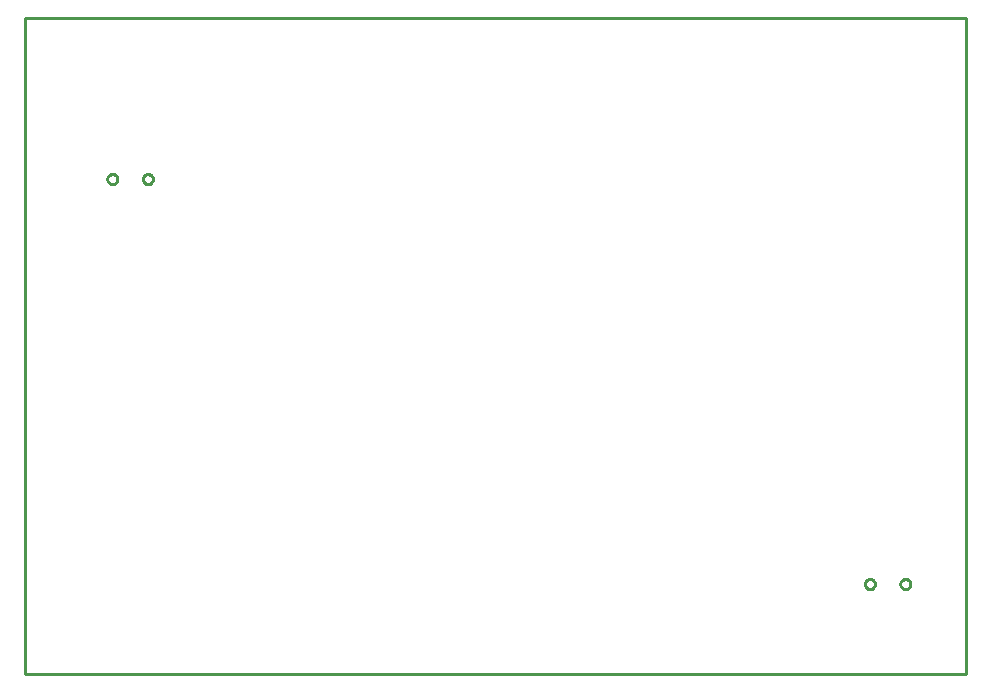
<source format=gbr>
G04 EAGLE Gerber RS-274X export*
G75*
%MOMM*%
%FSLAX34Y34*%
%LPD*%
%IN*%
%IPPOS*%
%AMOC8*
5,1,8,0,0,1.08239X$1,22.5*%
G01*
%ADD10C,0.254000*%


D10*
X0Y0D02*
X796800Y0D01*
X796800Y555500D01*
X0Y555500D01*
X0Y0D01*
X108150Y418821D02*
X108077Y418269D01*
X107933Y417731D01*
X107720Y417216D01*
X107441Y416734D01*
X107102Y416292D01*
X106708Y415898D01*
X106266Y415559D01*
X105784Y415280D01*
X105269Y415067D01*
X104731Y414923D01*
X104179Y414850D01*
X103621Y414850D01*
X103069Y414923D01*
X102531Y415067D01*
X102016Y415280D01*
X101534Y415559D01*
X101092Y415898D01*
X100698Y416292D01*
X100359Y416734D01*
X100080Y417216D01*
X99867Y417731D01*
X99723Y418269D01*
X99650Y418821D01*
X99650Y419379D01*
X99723Y419931D01*
X99867Y420469D01*
X100080Y420984D01*
X100359Y421466D01*
X100698Y421908D01*
X101092Y422302D01*
X101534Y422641D01*
X102016Y422920D01*
X102531Y423133D01*
X103069Y423277D01*
X103621Y423350D01*
X104179Y423350D01*
X104731Y423277D01*
X105269Y423133D01*
X105784Y422920D01*
X106266Y422641D01*
X106708Y422302D01*
X107102Y421908D01*
X107441Y421466D01*
X107720Y420984D01*
X107933Y420469D01*
X108077Y419931D01*
X108150Y419379D01*
X108150Y418821D01*
X78150Y418821D02*
X78077Y418269D01*
X77933Y417731D01*
X77720Y417216D01*
X77441Y416734D01*
X77102Y416292D01*
X76708Y415898D01*
X76266Y415559D01*
X75784Y415280D01*
X75269Y415067D01*
X74731Y414923D01*
X74179Y414850D01*
X73621Y414850D01*
X73069Y414923D01*
X72531Y415067D01*
X72016Y415280D01*
X71534Y415559D01*
X71092Y415898D01*
X70698Y416292D01*
X70359Y416734D01*
X70080Y417216D01*
X69867Y417731D01*
X69723Y418269D01*
X69650Y418821D01*
X69650Y419379D01*
X69723Y419931D01*
X69867Y420469D01*
X70080Y420984D01*
X70359Y421466D01*
X70698Y421908D01*
X71092Y422302D01*
X71534Y422641D01*
X72016Y422920D01*
X72531Y423133D01*
X73069Y423277D01*
X73621Y423350D01*
X74179Y423350D01*
X74731Y423277D01*
X75269Y423133D01*
X75784Y422920D01*
X76266Y422641D01*
X76708Y422302D01*
X77102Y421908D01*
X77441Y421466D01*
X77720Y420984D01*
X77933Y420469D01*
X78077Y419931D01*
X78150Y419379D01*
X78150Y418821D01*
X749500Y75921D02*
X749427Y75369D01*
X749283Y74831D01*
X749070Y74316D01*
X748791Y73834D01*
X748452Y73392D01*
X748058Y72998D01*
X747616Y72659D01*
X747134Y72380D01*
X746619Y72167D01*
X746081Y72023D01*
X745529Y71950D01*
X744971Y71950D01*
X744419Y72023D01*
X743881Y72167D01*
X743366Y72380D01*
X742884Y72659D01*
X742442Y72998D01*
X742048Y73392D01*
X741709Y73834D01*
X741430Y74316D01*
X741217Y74831D01*
X741073Y75369D01*
X741000Y75921D01*
X741000Y76479D01*
X741073Y77031D01*
X741217Y77569D01*
X741430Y78084D01*
X741709Y78566D01*
X742048Y79008D01*
X742442Y79402D01*
X742884Y79741D01*
X743366Y80020D01*
X743881Y80233D01*
X744419Y80377D01*
X744971Y80450D01*
X745529Y80450D01*
X746081Y80377D01*
X746619Y80233D01*
X747134Y80020D01*
X747616Y79741D01*
X748058Y79402D01*
X748452Y79008D01*
X748791Y78566D01*
X749070Y78084D01*
X749283Y77569D01*
X749427Y77031D01*
X749500Y76479D01*
X749500Y75921D01*
X719500Y75921D02*
X719427Y75369D01*
X719283Y74831D01*
X719070Y74316D01*
X718791Y73834D01*
X718452Y73392D01*
X718058Y72998D01*
X717616Y72659D01*
X717134Y72380D01*
X716619Y72167D01*
X716081Y72023D01*
X715529Y71950D01*
X714971Y71950D01*
X714419Y72023D01*
X713881Y72167D01*
X713366Y72380D01*
X712884Y72659D01*
X712442Y72998D01*
X712048Y73392D01*
X711709Y73834D01*
X711430Y74316D01*
X711217Y74831D01*
X711073Y75369D01*
X711000Y75921D01*
X711000Y76479D01*
X711073Y77031D01*
X711217Y77569D01*
X711430Y78084D01*
X711709Y78566D01*
X712048Y79008D01*
X712442Y79402D01*
X712884Y79741D01*
X713366Y80020D01*
X713881Y80233D01*
X714419Y80377D01*
X714971Y80450D01*
X715529Y80450D01*
X716081Y80377D01*
X716619Y80233D01*
X717134Y80020D01*
X717616Y79741D01*
X718058Y79402D01*
X718452Y79008D01*
X718791Y78566D01*
X719070Y78084D01*
X719283Y77569D01*
X719427Y77031D01*
X719500Y76479D01*
X719500Y75921D01*
M02*

</source>
